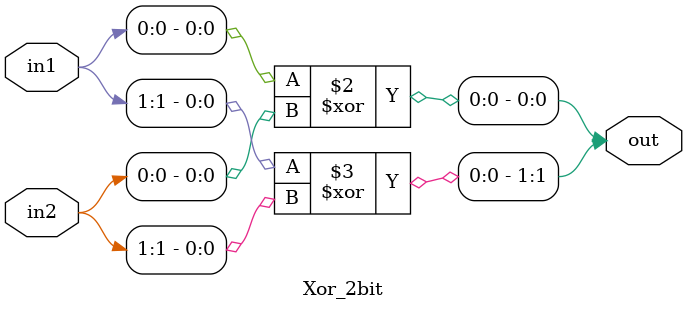
<source format=v>
`timescale 1ns / 1ps
module Xor_2bit(
    input [1:0] in1,
    input [1:0] in2,
    output reg [1:0] out
    );
	 always @(*)	 
	 begin
		out[0]=in1[0]^in2[0];
		out[1]=in1[1]^in2[1];
	 end
endmodule

</source>
